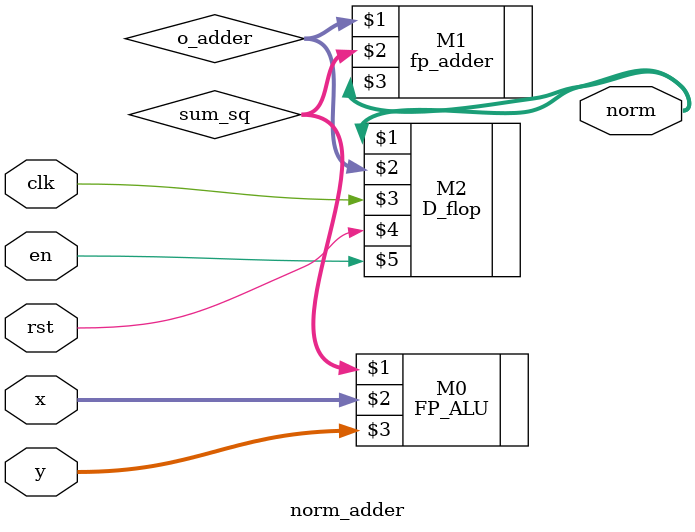
<source format=v>
/* 

ALU + Accumulator

Refer to the attached PDF for more details.

*/

module norm_adder (norm, x, y, clk, rst, en);
	output 	[38:0] 	norm;
	input 	[23:0] 	x, y;
	input		clk, rst, en;

	wire	[38:0]	o_adder, sum_sq;	
	
	// submodules
	FP_ALU					M0	(sum_sq, x, y);
	fp_adder				M1 	(o_adder, sum_sq, norm);	
	D_flop #(.word_size(39))		M2 	(norm, o_adder, clk, rst, en);
endmodule

</source>
